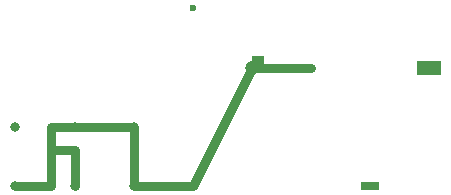
<source format=gbr>
G04 #@! TF.GenerationSoftware,KiCad,7.0*
G04 #@! TF.CreationDate,2025-02-21*
G04 #@! TF.ProjectId,gerbelview-sample*
%TF.FileFunction,Copper,L1,Top*%
%TF.FilePolarity,Positive*%
%FSLAX46Y46*%
%MOMM*%
%ADD10C,0.800000*%
%ADD11C,1.200000*%
%ADD12C,0.600000*%
%ADD13R,1.500000X0.800000*%
%ADD14R,2.000000X1.200000*%
G01*
G04 Layer 1: Top (F_Cu)*
G04 Copper pads and traces*
D10*
X0Y0D02*
X5000000Y5000000D03*
X10000000Y5000000D03*
X15000000Y5000000D03*
X15000000Y10000000D03*
X10000000Y10000000D03*
X5000000Y10000000D03*
D11*
X25000000Y15000000D03*
D12*
X20000000Y20000000D03*
D13*
X35000000Y5000000D03*
D14*
X40000000Y15000000D03*
G04 Traces*
D10*
X5000000Y5000000D02*
X8000000Y5000000D01*
X8000000Y8000000D01*
X10000000Y8000000D01*
X10000000Y5000000D01*
X8000000Y5000000D02*
X8000000Y10000000D01*
X10000000Y10000000D01*
X10000000Y10000000D02*
X15000000Y10000000D01*
X15000000Y10000000D02*
X15000000Y5000000D01*
X20000000Y5000000D01*
X20000000Y5000000D02*
X25000000Y15000000D01*
X30000000Y15000000D01*
G04 Region*
G36*
X25000000Y15000000D02*
X26000000Y15000000D01*
X26000000Y16000000D01*
X25000000Y16000000D01*
X25000000Y15000000D01*
G37*
M02*

</source>
